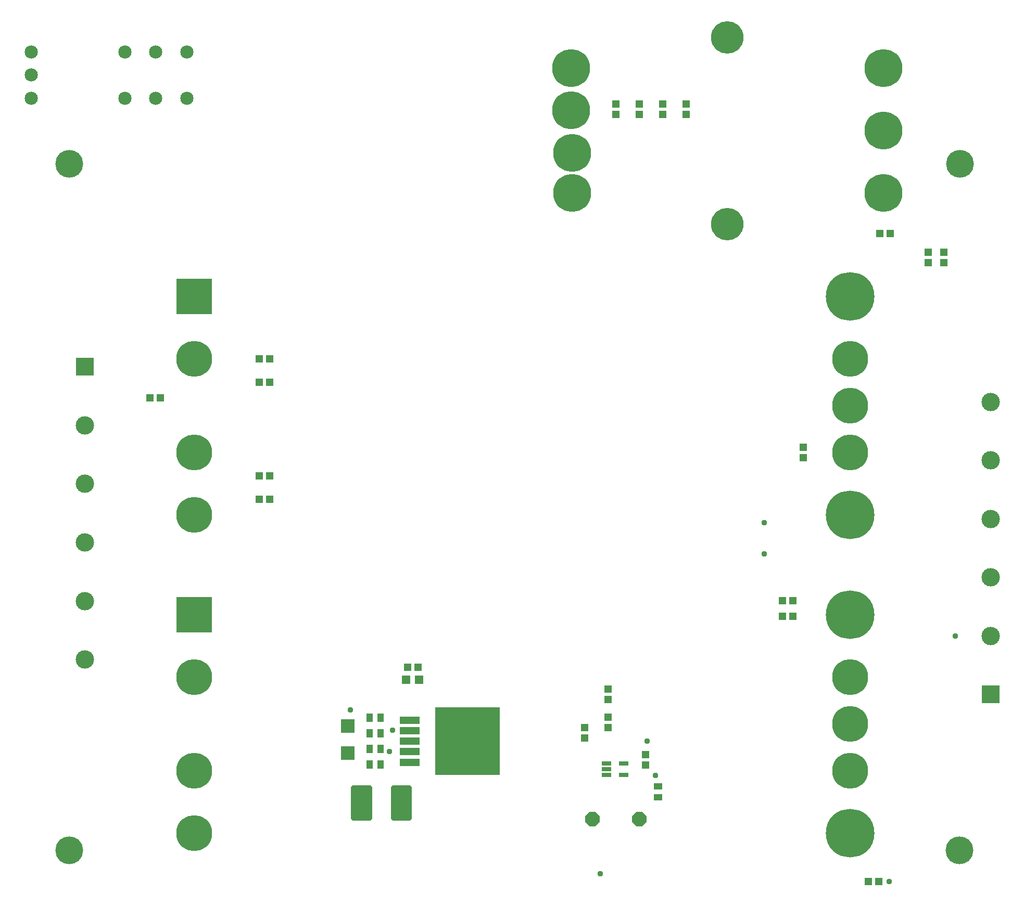
<source format=gbr>
G04 EAGLE Gerber RS-274X export*
G75*
%MOMM*%
%FSLAX34Y34*%
%LPD*%
%INSoldermask Top*%
%IPPOS*%
%AMOC8*
5,1,8,0,0,1.08239X$1,22.5*%
G01*
G04 Define Apertures*
%ADD10C,4.521200*%
%ADD11R,2.203200X2.203200*%
%ADD12C,0.850800*%
%ADD13R,1.403200X1.403200*%
%ADD14R,1.203200X1.303200*%
%ADD15R,1.303200X1.203200*%
%ADD16R,10.613200X11.003200*%
%ADD17R,3.203200X1.270000*%
%ADD18R,1.003200X1.403200*%
%ADD19R,1.403200X1.003200*%
%ADD20C,2.153200*%
%ADD21R,1.524000X0.762000*%
%ADD22R,2.984200X2.984200*%
%ADD23C,2.984200*%
%ADD24C,6.172200*%
%ADD25C,5.283200*%
%ADD26P,2.55682X8X22.5*%
%ADD27R,5.842000X5.842000*%
%ADD28C,5.842000*%
%ADD29C,7.899400*%
%ADD30C,0.959600*%
D10*
X-114300Y1143000D03*
X1333500Y25400D03*
X-114300Y25400D03*
X1334770Y1143000D03*
D11*
X339090Y227740D03*
X339090Y183740D03*
D12*
X374002Y127132D02*
X374002Y78608D01*
X348478Y78608D01*
X348478Y127132D01*
X374002Y127132D01*
X374002Y86691D02*
X348478Y86691D01*
X348478Y94774D02*
X374002Y94774D01*
X374002Y102857D02*
X348478Y102857D01*
X348478Y110940D02*
X374002Y110940D01*
X374002Y119023D02*
X348478Y119023D01*
X348478Y127106D02*
X374002Y127106D01*
X439002Y127132D02*
X439002Y78608D01*
X413478Y78608D01*
X413478Y127132D01*
X439002Y127132D01*
X439002Y86691D02*
X413478Y86691D01*
X413478Y94774D02*
X439002Y94774D01*
X439002Y102857D02*
X413478Y102857D01*
X413478Y110940D02*
X439002Y110940D01*
X439002Y119023D02*
X413478Y119023D01*
X413478Y127106D02*
X439002Y127106D01*
D13*
X455000Y303530D03*
X434000Y303530D03*
D14*
X723900Y225670D03*
X723900Y208670D03*
X762000Y242180D03*
X762000Y225180D03*
X762000Y287900D03*
X762000Y270900D03*
D15*
X436000Y323850D03*
X453000Y323850D03*
D16*
X533240Y203200D03*
D17*
X439928Y237236D03*
X439928Y220218D03*
X439928Y203200D03*
X439928Y186182D03*
X439928Y169164D03*
D18*
X392540Y190500D03*
X374540Y190500D03*
X392540Y165100D03*
X374540Y165100D03*
X392540Y215900D03*
X374540Y215900D03*
X392540Y241300D03*
X374540Y241300D03*
D19*
X843280Y111650D03*
X843280Y129650D03*
D14*
X822960Y181220D03*
X822960Y164220D03*
D20*
X-23730Y1325280D03*
X26670Y1325280D03*
X77070Y1325280D03*
X-23730Y1250280D03*
X26670Y1250280D03*
X77070Y1250280D03*
X-176330Y1250280D03*
X-176330Y1325280D03*
X-176330Y1287780D03*
D21*
X759714Y166878D03*
X759714Y157480D03*
X759714Y148082D03*
X787146Y148082D03*
X787146Y166878D03*
D15*
X1062600Y406400D03*
X1045600Y406400D03*
X1185300Y-25400D03*
X1202300Y-25400D03*
X1062600Y431800D03*
X1045600Y431800D03*
D14*
X1308100Y982100D03*
X1308100Y999100D03*
X1079500Y664600D03*
X1079500Y681600D03*
X1282700Y982100D03*
X1282700Y999100D03*
D15*
X33900Y762000D03*
X16900Y762000D03*
X211700Y596900D03*
X194700Y596900D03*
X211700Y825500D03*
X194700Y825500D03*
D14*
X774700Y1223400D03*
X774700Y1240400D03*
X812800Y1223400D03*
X812800Y1240400D03*
X850900Y1223400D03*
X850900Y1240400D03*
X889000Y1223400D03*
X889000Y1240400D03*
D15*
X194700Y635000D03*
X211700Y635000D03*
X194700Y787400D03*
X211700Y787400D03*
D22*
X1384300Y279400D03*
D23*
X1384300Y374700D03*
X1384300Y470000D03*
X1384300Y565300D03*
X1384300Y660600D03*
X1384300Y755900D03*
D22*
X-88900Y812800D03*
D23*
X-88900Y717500D03*
X-88900Y622200D03*
X-88900Y526900D03*
X-88900Y431600D03*
X-88900Y336300D03*
D24*
X703580Y1095910D03*
X703580Y1160680D03*
X702310Y1230530D03*
X702310Y1299110D03*
X1210310Y1299110D03*
X1210310Y1197510D03*
X1210310Y1095910D03*
D25*
X956310Y1348640D03*
X956310Y1045110D03*
D15*
X1204350Y1029970D03*
X1221350Y1029970D03*
D26*
X812800Y76200D03*
X736600Y76200D03*
D27*
X88900Y927100D03*
D28*
X88900Y825500D03*
X88900Y673100D03*
X88900Y571500D03*
D29*
X1155700Y927100D03*
D28*
X1155700Y825500D03*
X1155700Y749300D03*
X1155700Y673100D03*
D29*
X1155700Y571500D03*
D27*
X88900Y409036D03*
D28*
X88900Y307436D03*
X88900Y155036D03*
X88900Y53436D03*
D29*
X1155700Y409036D03*
D28*
X1155700Y307436D03*
X1155700Y231236D03*
X1155700Y155036D03*
D29*
X1155700Y53436D03*
D30*
X1016000Y508000D03*
X1016000Y558800D03*
X1219200Y-25400D03*
X749300Y-12700D03*
X825500Y203200D03*
X406400Y186182D03*
X1327200Y374700D03*
X839470Y147320D03*
X411480Y220980D03*
X342900Y254000D03*
M02*

</source>
